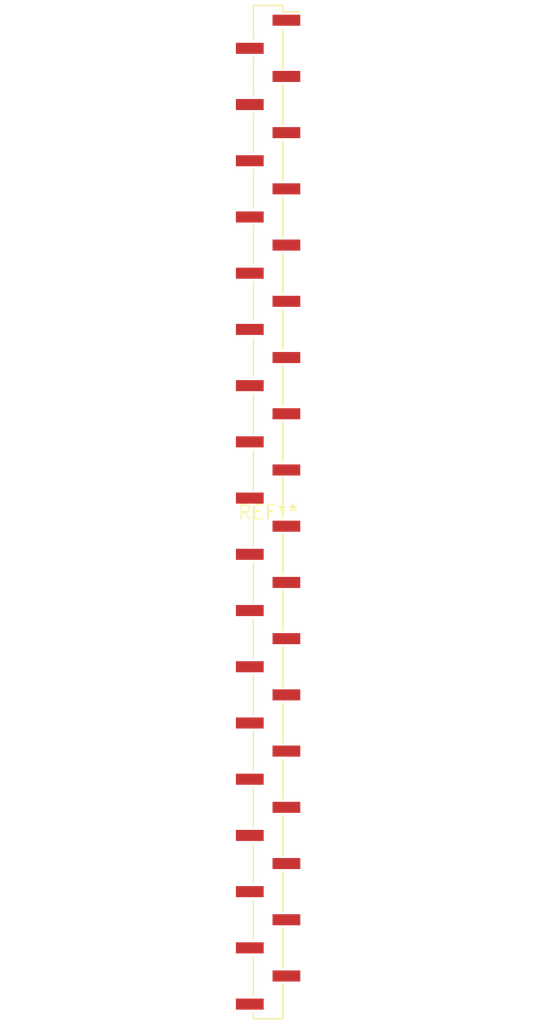
<source format=kicad_pcb>
(kicad_pcb (version 20240108) (generator pcbnew)
  (layers (0 "F.Cu" signal) (31 "B.Cu" signal) (34 "B.Paste" user) (35 "F.Paste" user) (36 "B.SilkS" user "B.Silkscreen") (37 "F.SilkS" user "F.Silkscreen") (38 "B.Mask" user) (39 "F.Mask" user) (44 "Edge.Cuts" user))
  (net 0 "")
  (footprint "PinHeader_1x36_P2.54mm_Vertical_SMD_Pin1Right" (layer "F.Cu") (at 0 0)
    (property "Reference" "REF**")
    (property "Value" "PinHeader_1x36_P2.54mm_Vertical_SMD_Pin1Right")
    (fp_line (start -1.33 -45.78) (end -1.33 -42.67) (layer "F.SilkS") (stroke (width 0.12)))
    (fp_line (start -1.33 -45.78) (end 1.33 -45.78) (layer "F.SilkS") (stroke (width 0.12)))
    (fp_line (start -1.33 -41.15) (end -1.33 -37.59) (layer "F.SilkS") (stroke (width 0.12)))
    (fp_line (start -1.33 -36.07) (end -1.33 -32.51) (layer "F.SilkS") (stroke (width 0.12)))
    (fp_line (start -1.33 -30.99) (end -1.33 -27.43) (layer "F.SilkS") (stroke (width 0.12)))
    (fp_line (start -1.33 -25.91) (end -1.33 -22.35) (layer "F.SilkS") (stroke (width 0.12)))
    (fp_line (start -1.33 -20.83) (end -1.33 -17.27) (layer "F.SilkS") (stroke (width 0.12)))
    (fp_line (start -1.33 -15.75) (end -1.33 -12.19) (layer "F.SilkS") (stroke (width 0.12)))
    (fp_line (start -1.33 -10.67) (end -1.33 -7.11) (layer "F.SilkS") (stroke (width 0.12)))
    (fp_line (start -1.33 -5.59) (end -1.33 -2.03) (layer "F.SilkS") (stroke (width 0.12)))
    (fp_line (start -1.33 -0.51) (end -1.33 3.05) (layer "F.SilkS") (stroke (width 0.12)))
    (fp_line (start -1.33 4.57) (end -1.33 8.13) (layer "F.SilkS") (stroke (width 0.12)))
    (fp_line (start -1.33 9.65) (end -1.33 13.21) (layer "F.SilkS") (stroke (width 0.12)))
    (fp_line (start -1.33 14.73) (end -1.33 18.29) (layer "F.SilkS") (stroke (width 0.12)))
    (fp_line (start -1.33 19.81) (end -1.33 23.37) (layer "F.SilkS") (stroke (width 0.12)))
    (fp_line (start -1.33 24.89) (end -1.33 28.45) (layer "F.SilkS") (stroke (width 0.12)))
    (fp_line (start -1.33 29.97) (end -1.33 33.53) (layer "F.SilkS") (stroke (width 0.12)))
    (fp_line (start -1.33 35.05) (end -1.33 38.61) (layer "F.SilkS") (stroke (width 0.12)))
    (fp_line (start -1.33 40.13) (end -1.33 43.69) (layer "F.SilkS") (stroke (width 0.12)))
    (fp_line (start -1.33 45.21) (end -1.33 45.78) (layer "F.SilkS") (stroke (width 0.12)))
    (fp_line (start -1.33 45.78) (end 1.33 45.78) (layer "F.SilkS") (stroke (width 0.12)))
    (fp_line (start 1.33 -45.78) (end 1.33 -45.21) (layer "F.SilkS") (stroke (width 0.12)))
    (fp_line (start 1.33 -45.21) (end 2.85 -45.21) (layer "F.SilkS") (stroke (width 0.12)))
    (fp_line (start 1.33 -43.69) (end 1.33 -40.13) (layer "F.SilkS") (stroke (width 0.12)))
    (fp_line (start 1.33 -38.61) (end 1.33 -35.05) (layer "F.SilkS") (stroke (width 0.12)))
    (fp_line (start 1.33 -33.53) (end 1.33 -29.97) (layer "F.SilkS") (stroke (width 0.12)))
    (fp_line (start 1.33 -28.45) (end 1.33 -24.89) (layer "F.SilkS") (stroke (width 0.12)))
    (fp_line (start 1.33 -23.37) (end 1.33 -19.81) (layer "F.SilkS") (stroke (width 0.12)))
    (fp_line (start 1.33 -18.29) (end 1.33 -14.73) (layer "F.SilkS") (stroke (width 0.12)))
    (fp_line (start 1.33 -13.21) (end 1.33 -9.65) (layer "F.SilkS") (stroke (width 0.12)))
    (fp_line (start 1.33 -8.13) (end 1.33 -4.57) (layer "F.SilkS") (stroke (width 0.12)))
    (fp_line (start 1.33 -3.05) (end 1.33 0.51) (layer "F.SilkS") (stroke (width 0.12)))
    (fp_line (start 1.33 2.03) (end 1.33 5.59) (layer "F.SilkS") (stroke (width 0.12)))
    (fp_line (start 1.33 7.11) (end 1.33 10.67) (layer "F.SilkS") (stroke (width 0.12)))
    (fp_line (start 1.33 12.19) (end 1.33 15.75) (layer "F.SilkS") (stroke (width 0.12)))
    (fp_line (start 1.33 17.27) (end 1.33 20.83) (layer "F.SilkS") (stroke (width 0.12)))
    (fp_line (start 1.33 22.35) (end 1.33 25.91) (layer "F.SilkS") (stroke (width 0.12)))
    (fp_line (start 1.33 27.43) (end 1.33 30.99) (layer "F.SilkS") (stroke (width 0.12)))
    (fp_line (start 1.33 32.51) (end 1.33 36.07) (layer "F.SilkS") (stroke (width 0.12)))
    (fp_line (start 1.33 37.59) (end 1.33 41.15) (layer "F.SilkS") (stroke (width 0.12)))
    (fp_line (start 1.33 42.67) (end 1.33 45.78) (layer "F.SilkS") (stroke (width 0.12)))
    (pad "1" smd rect (at 1.655 -44.45) (size 2.51 1) (layers "F.Cu" "F.Paste" "F.Mask"))
    (pad "2" smd rect (at -1.655 -41.91) (size 2.51 1) (layers "F.Cu" "F.Paste" "F.Mask"))
    (pad "3" smd rect (at 1.655 -39.37) (size 2.51 1) (layers "F.Cu" "F.Paste" "F.Mask"))
    (pad "4" smd rect (at -1.655 -36.83) (size 2.51 1) (layers "F.Cu" "F.Paste" "F.Mask"))
    (pad "5" smd rect (at 1.655 -34.29) (size 2.51 1) (layers "F.Cu" "F.Paste" "F.Mask"))
    (pad "6" smd rect (at -1.655 -31.75) (size 2.51 1) (layers "F.Cu" "F.Paste" "F.Mask"))
    (pad "7" smd rect (at 1.655 -29.21) (size 2.51 1) (layers "F.Cu" "F.Paste" "F.Mask"))
    (pad "8" smd rect (at -1.655 -26.67) (size 2.51 1) (layers "F.Cu" "F.Paste" "F.Mask"))
    (pad "9" smd rect (at 1.655 -24.13) (size 2.51 1) (layers "F.Cu" "F.Paste" "F.Mask"))
    (pad "10" smd rect (at -1.655 -21.59) (size 2.51 1) (layers "F.Cu" "F.Paste" "F.Mask"))
    (pad "11" smd rect (at 1.655 -19.05) (size 2.51 1) (layers "F.Cu" "F.Paste" "F.Mask"))
    (pad "12" smd rect (at -1.655 -16.51) (size 2.51 1) (layers "F.Cu" "F.Paste" "F.Mask"))
    (pad "13" smd rect (at 1.655 -13.97) (size 2.51 1) (layers "F.Cu" "F.Paste" "F.Mask"))
    (pad "14" smd rect (at -1.655 -11.43) (size 2.51 1) (layers "F.Cu" "F.Paste" "F.Mask"))
    (pad "15" smd rect (at 1.655 -8.89) (size 2.51 1) (layers "F.Cu" "F.Paste" "F.Mask"))
    (pad "16" smd rect (at -1.655 -6.35) (size 2.51 1) (layers "F.Cu" "F.Paste" "F.Mask"))
    (pad "17" smd rect (at 1.655 -3.81) (size 2.51 1) (layers "F.Cu" "F.Paste" "F.Mask"))
    (pad "18" smd rect (at -1.655 -1.27) (size 2.51 1) (layers "F.Cu" "F.Paste" "F.Mask"))
    (pad "19" smd rect (at 1.655 1.27) (size 2.51 1) (layers "F.Cu" "F.Paste" "F.Mask"))
    (pad "20" smd rect (at -1.655 3.81) (size 2.51 1) (layers "F.Cu" "F.Paste" "F.Mask"))
    (pad "21" smd rect (at 1.655 6.35) (size 2.51 1) (layers "F.Cu" "F.Paste" "F.Mask"))
    (pad "22" smd rect (at -1.655 8.89) (size 2.51 1) (layers "F.Cu" "F.Paste" "F.Mask"))
    (pad "23" smd rect (at 1.655 11.43) (size 2.51 1) (layers "F.Cu" "F.Paste" "F.Mask"))
    (pad "24" smd rect (at -1.655 13.97) (size 2.51 1) (layers "F.Cu" "F.Paste" "F.Mask"))
    (pad "25" smd rect (at 1.655 16.51) (size 2.51 1) (layers "F.Cu" "F.Paste" "F.Mask"))
    (pad "26" smd rect (at -1.655 19.05) (size 2.51 1) (layers "F.Cu" "F.Paste" "F.Mask"))
    (pad "27" smd rect (at 1.655 21.59) (size 2.51 1) (layers "F.Cu" "F.Paste" "F.Mask"))
    (pad "28" smd rect (at -1.655 24.13) (size 2.51 1) (layers "F.Cu" "F.Paste" "F.Mask"))
    (pad "29" smd rect (at 1.655 26.67) (size 2.51 1) (layers "F.Cu" "F.Paste" "F.Mask"))
    (pad "30" smd rect (at -1.655 29.21) (size 2.51 1) (layers "F.Cu" "F.Paste" "F.Mask"))
    (pad "31" smd rect (at 1.655 31.75) (size 2.51 1) (layers "F.Cu" "F.Paste" "F.Mask"))
    (pad "32" smd rect (at -1.655 34.29) (size 2.51 1) (layers "F.Cu" "F.Paste" "F.Mask"))
    (pad "33" smd rect (at 1.655 36.83) (size 2.51 1) (layers "F.Cu" "F.Paste" "F.Mask"))
    (pad "34" smd rect (at -1.655 39.37) (size 2.51 1) (layers "F.Cu" "F.Paste" "F.Mask"))
    (pad "35" smd rect (at 1.655 41.91) (size 2.51 1) (layers "F.Cu" "F.Paste" "F.Mask"))
    (pad "36" smd rect (at -1.655 44.45) (size 2.51 1) (layers "F.Cu" "F.Paste" "F.Mask"))
  )
)
</source>
